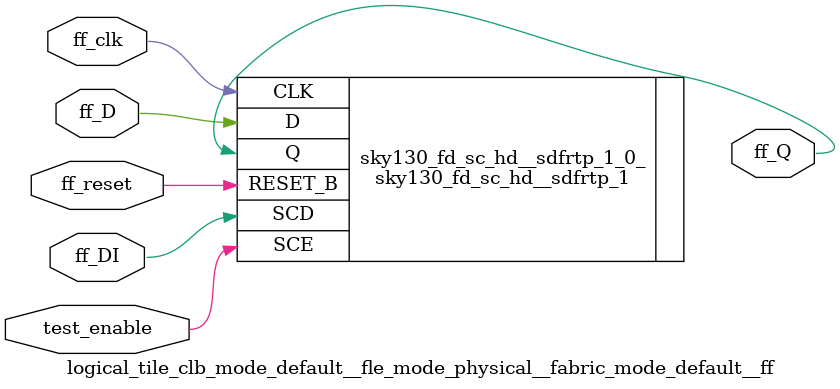
<source format=v>
`timescale 1ns / 1ps

`default_nettype wire

// ----- Verilog module for logical_tile_clb_mode_default__fle_mode_physical__fabric_mode_default__ff -----
module logical_tile_clb_mode_default__fle_mode_physical__fabric_mode_default__ff(test_enable,
                                                                                 ff_D,
                                                                                 ff_DI,
                                                                                 ff_reset,
                                                                                 ff_Q,
                                                                                 ff_clk);
//----- GLOBAL PORTS -----
input [0:0] test_enable;
//----- INPUT PORTS -----
input [0:0] ff_D;
//----- INPUT PORTS -----
input [0:0] ff_DI;
//----- INPUT PORTS -----
input [0:0] ff_reset;
//----- OUTPUT PORTS -----
output [0:0] ff_Q;
//----- CLOCK PORTS -----
input [0:0] ff_clk;

//----- BEGIN Registered ports -----
//----- END Registered ports -----



// ----- BEGIN Local short connections -----
// ----- END Local short connections -----
// ----- BEGIN Local output short connections -----
// ----- END Local output short connections -----

	sky130_fd_sc_hd__sdfrtp_1 sky130_fd_sc_hd__sdfrtp_1_0_ (
		.SCE(test_enable),
		.D(ff_D),
		.SCD(ff_DI),
		.RESET_B(ff_reset),
		.CLK(ff_clk),
		.Q(ff_Q));

endmodule
// ----- END Verilog module for logical_tile_clb_mode_default__fle_mode_physical__fabric_mode_default__ff -----

//----- Default net type -----
`default_nettype none




</source>
